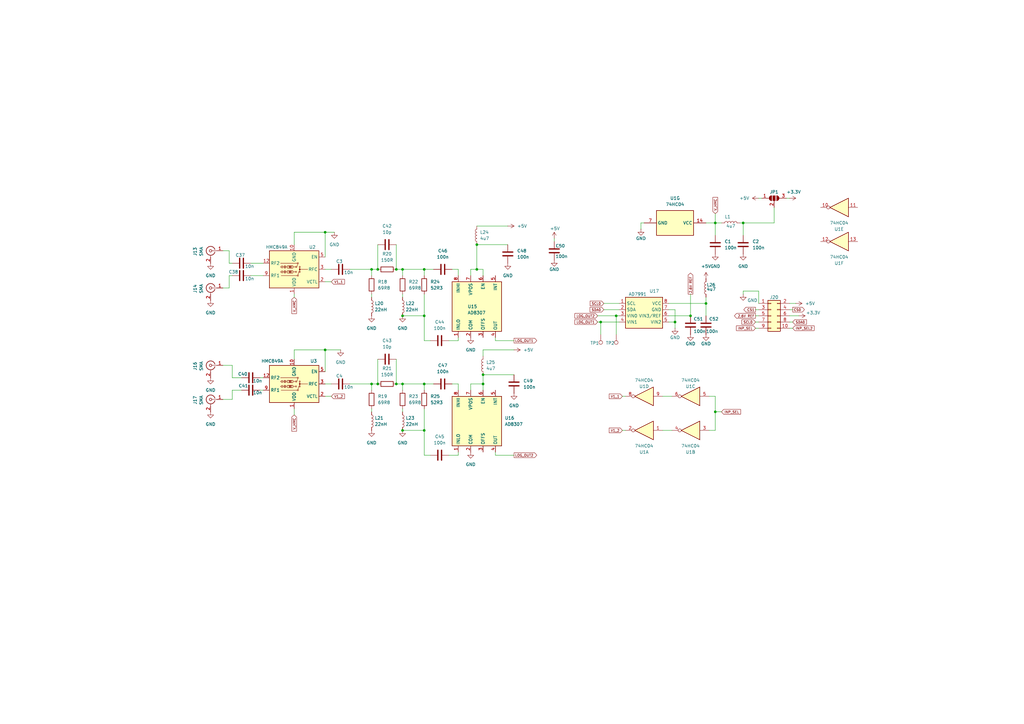
<source format=kicad_sch>
(kicad_sch (version 20231120) (generator "eeschema") (generator_version "8.0")
  (paper "A3")
  (title_block (rev "3.4b") (comment 1 "change RF Switch´s from PE4259 to HMC849") (comment 2 "add voltage selection for HMC849 "))
  (lib_symbols
    (symbol "74xx:74HC04"
      (property "Reference" "U" (at 0 1.27 0))
      (property "Value" "74HC04" (at 0 -1.27 0))
      (symbol "74HC04_1_0"
        (polyline (pts (xy -3.81 3.81) (xy -3.81 -3.81) (xy 3.81 0) (xy -3.81 3.81)) (stroke (width 0.254)) (fill (type background)))
        (pin input line (at -7.62 0 0) (length 3.81) (name "~") (number "1"))
        (pin output inverted (at 7.62 0 180) (length 3.81) (name "~") (number "2"))
      )
      (symbol "74HC04_2_0"
        (polyline (pts (xy -3.81 3.81) (xy -3.81 -3.81) (xy 3.81 0) (xy -3.81 3.81)) (stroke (width 0.254)) (fill (type background)))
        (pin input line (at -7.62 0 0) (length 3.81) (name "~") (number "3"))
        (pin output inverted (at 7.62 0 180) (length 3.81) (name "~") (number "4"))
      )
      (symbol "74HC04_3_0"
        (polyline (pts (xy -3.81 3.81) (xy -3.81 -3.81) (xy 3.81 0) (xy -3.81 3.81)) (stroke (width 0.254)) (fill (type background)))
        (pin input line (at -7.62 0 0) (length 3.81) (name "~") (number "5"))
        (pin output inverted (at 7.62 0 180) (length 3.81) (name "~") (number "6"))
      )
      (symbol "74HC04_4_0"
        (polyline (pts (xy -3.81 3.81) (xy -3.81 -3.81) (xy 3.81 0) (xy -3.81 3.81)) (stroke (width 0.254)) (fill (type background)))
        (pin output inverted (at 7.62 0 180) (length 3.81) (name "~") (number "8"))
        (pin input line (at -7.62 0 0) (length 3.81) (name "~") (number "9"))
      )
      (symbol "74HC04_5_0"
        (polyline (pts (xy -3.81 3.81) (xy -3.81 -3.81) (xy 3.81 0) (xy -3.81 3.81)) (stroke (width 0.254)) (fill (type background)))
        (pin output inverted (at 7.62 0 180) (length 3.81) (name "~") (number "10"))
        (pin input line (at -7.62 0 0) (length 3.81) (name "~") (number "11"))
      )
      (symbol "74HC04_6_0"
        (polyline (pts (xy -3.81 3.81) (xy -3.81 -3.81) (xy 3.81 0) (xy -3.81 3.81)) (stroke (width 0.254)) (fill (type background)))
        (pin output inverted (at 7.62 0 180) (length 3.81) (name "~") (number "12"))
        (pin input line (at -7.62 0 0) (length 3.81) (name "~") (number "13"))
      )
      (symbol "74HC04_7_0"
        (pin power_in line (at 0 12.7 270) (length 5.08) (name "VCC") (number "14"))
        (pin power_in line (at 0 -12.7 90) (length 5.08) (name "GND") (number "7"))
      )
      (symbol "74HC04_7_1"
        (rectangle (start -5.08 7.62) (end 5.08 -7.62) (stroke (width 0.254)) (fill (type background)))
      )
    )
    (symbol "Connector:Conn_Coaxial" (pin_names (offset 1.016) hide)
      (property "Reference" "J" (at 0.254 3.048 0))
      (property "Value" "Conn_Coaxial" (at 2.921 0 90))
      (symbol "Conn_Coaxial_0_1"
        (arc (start -1.778 -0.508) (mid 0.2311 -1.8066) (end 1.778 0) (stroke (width 0.254)))
        (polyline (pts (xy -2.54 0) (xy -0.508 0)))
        (polyline (pts (xy 0 -2.54) (xy 0 -1.778)))
        (circle (center 0 0) (radius 0.508) (stroke (width 0.2032)))
        (arc (start 1.778 0) (mid 0.2099 1.8101) (end -1.778 0.508) (stroke (width 0.254)))
      )
      (symbol "Conn_Coaxial_1_1"
        (pin passive line (at -5.08 0 0) (length 2.54) (name "In") (number "1"))
        (pin passive line (at 0 -5.08 90) (length 2.54) (name "Ext") (number "2"))
      )
    )
    (symbol "Connector:TestPoint" (pin_numbers hide) (pin_names (offset 0.762) hide)
      (property "Reference" "TP" (at 0 6.858 0))
      (property "Value" "TestPoint" (at 0 5.08 0))
      (symbol "TestPoint_0_1"
        (circle (center 0 3.302) (radius 0.762))
      )
      (symbol "TestPoint_1_1"
        (pin passive line (at 0 0 90) (length 2.54) (name "1") (number "1"))
      )
    )
    (symbol "Connector_Generic:Conn_02x05_Odd_Even" (pin_names (offset 1.016) hide)
      (property "Reference" "J" (at 1.27 7.62 0))
      (property "Value" "Conn_02x05_Odd_Even" (at 1.27 -7.62 0))
      (symbol "Conn_02x05_Odd_Even_1_1"
        (rectangle (start -1.27 -4.953) (end 0 -5.207) (stroke (width 0.1524)))
        (rectangle (start -1.27 -2.413) (end 0 -2.667) (stroke (width 0.1524)))
        (rectangle (start -1.27 0.127) (end 0 -0.127) (stroke (width 0.1524)))
        (rectangle (start -1.27 2.667) (end 0 2.413) (stroke (width 0.1524)))
        (rectangle (start -1.27 5.207) (end 0 4.953) (stroke (width 0.1524)))
        (rectangle (start -1.27 6.35) (end 3.81 -6.35) (stroke (width 0.254)) (fill (type background)))
        (rectangle (start 3.81 -4.953) (end 2.54 -5.207) (stroke (width 0.1524)))
        (rectangle (start 3.81 -2.413) (end 2.54 -2.667) (stroke (width 0.1524)))
        (rectangle (start 3.81 0.127) (end 2.54 -0.127) (stroke (width 0.1524)))
        (rectangle (start 3.81 2.667) (end 2.54 2.413) (stroke (width 0.1524)))
        (rectangle (start 3.81 5.207) (end 2.54 4.953) (stroke (width 0.1524)))
        (pin passive line (at -5.08 5.08 0) (length 3.81) (name "Pin_1") (number "1"))
        (pin passive line (at 7.62 -5.08 180) (length 3.81) (name "Pin_10") (number "10"))
        (pin passive line (at 7.62 5.08 180) (length 3.81) (name "Pin_2") (number "2"))
        (pin passive line (at -5.08 2.54 0) (length 3.81) (name "Pin_3") (number "3"))
        (pin passive line (at 7.62 2.54 180) (length 3.81) (name "Pin_4") (number "4"))
        (pin passive line (at -5.08 0 0) (length 3.81) (name "Pin_5") (number "5"))
        (pin passive line (at 7.62 0 180) (length 3.81) (name "Pin_6") (number "6"))
        (pin passive line (at -5.08 -2.54 0) (length 3.81) (name "Pin_7") (number "7"))
        (pin passive line (at 7.62 -2.54 180) (length 3.81) (name "Pin_8") (number "8"))
        (pin passive line (at -5.08 -5.08 0) (length 3.81) (name "Pin_9") (number "9"))
      )
    )
    (symbol "Device:C" (pin_numbers hide) (pin_names (offset 0.254))
      (property "Reference" "C" (at 0.635 2.54 0))
      (property "Value" "C" (at 0.635 -2.54 0))
      (symbol "C_0_1"
        (polyline (pts (xy -2.032 -0.762) (xy 2.032 -0.762)) (stroke (width 0.508)))
        (polyline (pts (xy -2.032 0.762) (xy 2.032 0.762)) (stroke (width 0.508)))
      )
      (symbol "C_1_1"
        (pin passive line (at 0 3.81 270) (length 2.794) (name "~") (number "1"))
        (pin passive line (at 0 -3.81 90) (length 2.794) (name "~") (number "2"))
      )
    )
    (symbol "Device:L" (pin_numbers hide) (pin_names (offset 1.016) hide)
      (property "Reference" "L" (at -1.27 0 90))
      (property "Value" "L" (at 1.905 0 90))
      (symbol "L_0_1"
        (arc (start 0 -2.54) (mid 0.6323 -1.905) (end 0 -1.27))
        (arc (start 0 -1.27) (mid 0.6323 -0.635) (end 0 0))
        (arc (start 0 0) (mid 0.6323 0.635) (end 0 1.27))
        (arc (start 0 1.27) (mid 0.6323 1.905) (end 0 2.54))
      )
      (symbol "L_1_1"
        (pin passive line (at 0 3.81 270) (length 1.27) (name "1") (number "1"))
        (pin passive line (at 0 -3.81 90) (length 1.27) (name "2") (number "2"))
      )
    )
    (symbol "Driver_LED:MPQ3362GJ-AEC1"
      (property "Reference" "U5" (at 2.1941 10.16 0))
      (property "Value" "AD7991" (at -6.35 8.89 0))
      (symbol "MPQ3362GJ-AEC1_1_1"
        (rectangle (start -7.62 7.62) (end 7.62 -5.08) (stroke (width 0.254)) (fill (type background)))
        (pin input line (at -10.16 5.08 0) (length 2.54) (name "SCL") (number "1"))
        (pin input line (at -10.16 2.54 0) (length 2.54) (name "SDA") (number "2"))
        (pin input line (at -10.16 0 0) (length 2.54) (name "VIN0") (number "3"))
        (pin input line (at -10.16 -2.54 0) (length 2.54) (name "VIN1") (number "4"))
        (pin input line (at 10.16 -2.54 180) (length 2.54) (name "VIN2") (number "5"))
        (pin input line (at 10.16 0 180) (length 2.54) (name "VIN3/REF") (number "6"))
        (pin power_in line (at 10.16 2.54 180) (length 2.54) (name "GND") (number "7"))
        (pin power_in line (at 10.16 5.08 180) (length 2.54) (name "VCC") (number "8"))
      )
    )
    (symbol "HMC849A_2"
      (property "Reference" "U" (at -10.16 8.89 0))
      (property "Value" "HMC849A" (at 10.16 8.89 0))
      (symbol "HMC849A_2_0_0"
        (text "50" (at 1.651 -1.016 0) (effects (font (size 0.635 0.635))))
        (text "50" (at 1.651 1.016 0) (effects (font (size 0.635 0.635))))
      )
      (symbol "HMC849A_2_0_1"
        (rectangle (start -10.16 7.62) (end 10.16 -7.62) (stroke (width 0.254)) (fill (type background)))
        (circle (center -2.286 0) (radius 0.254) (fill (type outline)))
        (circle (center -2.286 1.016) (radius 0.254))
        (circle (center -1.524 -2.54) (radius 0.254))
        (circle (center -1.524 2.54) (radius 0.254))
        (circle (center -0.762 -1.016) (radius 0.254))
        (polyline (pts (xy -2.286 0) (xy -5.588 0)))
        (polyline (pts (xy -2.286 0.762) (xy -2.286 -0.762)))
        (polyline (pts (xy -1.524 -2.286) (xy -1.016 -0.762)))
        (polyline (pts (xy -1.524 2.286) (xy -2.032 0.762)))
        (polyline (pts (xy -1.27 -2.54) (xy 5.588 -2.54)))
        (polyline (pts (xy -1.27 2.54) (xy 5.334 2.54)))
        (polyline (pts (xy -0.508 -1.016) (xy 0.508 -1.016)))
        (polyline (pts (xy -0.508 1.016) (xy 0.508 1.016)))
        (polyline (pts (xy 3.556 -1.524) (xy 3.556 -0.508)) (stroke (width 0.254)))
        (polyline (pts (xy 3.556 -1.016) (xy 2.794 -1.016)))
        (polyline (pts (xy 3.556 0.508) (xy 3.556 1.524)) (stroke (width 0.254)))
        (polyline (pts (xy 3.556 1.016) (xy 2.794 1.016)))
        (polyline (pts (xy 4.064 -0.508) (xy 4.064 -1.524)) (stroke (width 0.254)))
        (polyline (pts (xy 4.064 1.524) (xy 4.064 0.508)) (stroke (width 0.254)))
        (polyline (pts (xy 4.064 -1.016) (xy 4.826 -1.016) (xy 4.826 -1.524) (xy 5.588 -1.016) (xy 4.826 -0.508) (xy 4.826 -1.016)))
        (polyline (pts (xy 4.064 1.016) (xy 4.826 1.016) (xy 4.826 0.508) (xy 5.588 1.016) (xy 4.826 1.524) (xy 4.826 1.016)))
        (rectangle (start 0.508 -1.524) (end 2.794 -0.508))
        (rectangle (start 0.508 0.508) (end 2.794 1.524))
      )
      (symbol "HMC849A_2_1_1"
        (circle (center -2.286 -1.016) (radius 0.254))
        (circle (center -0.762 1.016) (radius 0.254))
        (pin power_in line (at 0 10.16 270) (length 2.54) (name "VDD") (number "1"))
        (pin power_in line (at 0 -10.16 90) (length 2.54) (name "GND") (number "10"))
        (pin passive line (at 0 -10.16 90) (length 2.54) hide (name "GND") (number "11"))
        (pin passive line (at 12.7 -2.54 180) (length 2.54) (name "RF2") (number "12"))
        (pin passive line (at 0 -10.16 90) (length 2.54) hide (name "GND") (number "13"))
        (pin passive line (at 0 -10.16 90) (length 2.54) hide (name "GND") (number "14"))
        (pin passive line (at 0 -10.16 90) (length 2.54) hide (name "GND") (number "15"))
        (pin passive line (at 0 -10.16 90) (length 2.54) hide (name "GND") (number "16"))
        (pin passive line (at 0 -10.16 90) (length 2.54) hide (name "GND") (number "17"))
        (pin input line (at -12.7 5.08 0) (length 2.54) (name "VCTL") (number "2"))
        (pin passive line (at -12.7 0 0) (length 2.54) (name "RFC") (number "3"))
        (pin passive line (at 0 -10.16 90) (length 2.54) hide (name "GND") (number "4"))
        (pin input line (at -12.7 -5.08 0) (length 2.54) (name "EN") (number "5"))
        (pin passive line (at 0 -10.16 90) (length 2.54) hide (name "GND") (number "6"))
        (pin passive line (at 0 -10.16 90) (length 2.54) hide (name "GND") (number "7"))
        (pin passive line (at 0 -10.16 90) (length 2.54) hide (name "GND") (number "8"))
        (pin passive line (at 12.7 2.54 180) (length 2.54) (name "RF1") (number "9"))
      )
    )
    (symbol "Jumper:SolderJumper_3_Open" (pin_names (offset 0) hide) (exclude_from_sim yes) (in_bom no)
      (property "Reference" "JP" (at -2.54 -2.54 0))
      (property "Value" "SolderJumper_3_Open" (at 0 2.794 0))
      (symbol "SolderJumper_3_Open_0_1"
        (arc (start -1.016 1.016) (mid -2.0276 0) (end -1.016 -1.016))
        (arc (start -1.016 1.016) (mid -2.0276 0) (end -1.016 -1.016) (fill (type outline)))
        (rectangle (start -0.508 1.016) (end 0.508 -1.016) (fill (type outline)))
        (polyline (pts (xy -2.54 0) (xy -2.032 0)))
        (polyline (pts (xy -1.016 1.016) (xy -1.016 -1.016)))
        (polyline (pts (xy 0 -1.27) (xy 0 -1.016)))
        (polyline (pts (xy 1.016 1.016) (xy 1.016 -1.016)))
        (polyline (pts (xy 2.54 0) (xy 2.032 0)))
        (arc (start 1.016 -1.016) (mid 2.0276 0) (end 1.016 1.016))
        (arc (start 1.016 -1.016) (mid 2.0276 0) (end 1.016 1.016) (fill (type outline)))
      )
      (symbol "SolderJumper_3_Open_1_1"
        (pin passive line (at -5.08 0 0) (length 2.54) (name "A") (number "1"))
        (pin passive line (at 0 -3.81 90) (length 2.54) (name "C") (number "2"))
        (pin passive line (at 5.08 0 180) (length 2.54) (name "B") (number "3"))
      )
    )
    (symbol "LOG_RF_Amplifier:AD8313xRM"
      (property "Reference" "U" (at 1.524 1.524 0))
      (property "Value" "AD8307" (at 4.572 -1.524 0))
      (symbol "AD8313xRM_0_1"
        (rectangle (start -10.16 10.16) (end 10.16 -10.16) (stroke (width 0.254)) (fill (type background)))
      )
      (symbol "AD8313xRM_1_1"
        (pin input line (at -7.62 -12.7 90) (length 2.54) (name "INLO") (number "1"))
        (pin power_in line (at -2.54 -12.7 90) (length 2.54) (name "COM") (number "2"))
        (pin input line (at 2.54 -12.7 90) (length 2.54) (name "OFFS") (number "3"))
        (pin output line (at 7.62 -12.7 90) (length 2.54) (name "OUT") (number "4"))
        (pin input line (at 7.62 12.7 270) (length 2.54) (name "INT") (number "5"))
        (pin input line (at 2.54 12.7 270) (length 2.54) (name "EN") (number "6"))
        (pin power_in line (at -2.54 12.7 270) (length 2.54) (name "VPOS") (number "7"))
        (pin input line (at -7.62 12.7 270) (length 2.54) (name "INHI") (number "8"))
      )
    )
    (symbol "dual_rotary_encoder_switch:R" (pin_numbers hide) (pin_names (offset 0))
      (property "Reference" "R" (at 2.032 0 90))
      (property "Value" "R" (at 0 0 90))
      (symbol "R_0_1"
        (rectangle (start -1.016 -2.54) (end 1.016 2.54) (stroke (width 0.254)))
      )
      (symbol "R_1_1"
        (pin passive line (at 0 3.81 270) (length 1.27) (name "~") (number "1"))
        (pin passive line (at 0 -3.81 90) (length 1.27) (name "~") (number "2"))
      )
    )
    (symbol "power:+3.3V" (power) (pin_numbers hide) (pin_names (offset 0) hide)
      (property "Value" "+3.3V" (at 0 3.556 0))
      (symbol "+3.3V_0_1"
        (polyline (pts (xy -0.762 1.27) (xy 0 2.54)))
        (polyline (pts (xy 0 0) (xy 0 2.54)))
        (polyline (pts (xy 0 2.54) (xy 0.762 1.27)))
      )
      (symbol "+3.3V_1_1"
        (pin power_in line (at 0 0 90) (length 0) (name "~") (number "1"))
      )
    )
    (symbol "power:+5V" (power) (pin_numbers hide) (pin_names (offset 0) hide)
      (property "Value" "+5V" (at 0 3.556 0))
      (symbol "+5V_0_1"
        (polyline (pts (xy -0.762 1.27) (xy 0 2.54)))
        (polyline (pts (xy 0 0) (xy 0 2.54)))
        (polyline (pts (xy 0 2.54) (xy 0.762 1.27)))
      )
      (symbol "+5V_1_1"
        (pin power_in line (at 0 0 90) (length 0) (name "~") (number "1"))
      )
    )
    (symbol "power:GND" (power) (pin_numbers hide) (pin_names (offset 0) hide)
      (property "Value" "GND" (at 0 -3.81 0))
      (symbol "GND_0_1"
        (polyline (pts (xy 0 0) (xy 0 -1.27) (xy 1.27 -1.27) (xy 0 -2.54) (xy -1.27 -1.27) (xy 0 -1.27)))
      )
      (symbol "GND_1_1"
        (pin power_in line (at 0 0 270) (length 0) (name "~") (number "1"))
      )
    )
  )
  (junction (at 165.1 110.49))
  (junction (at 162.56 157.48))
  (junction (at 198.12 153.67))
  (junction (at 173.99 157.48))
  (junction (at 152.4 110.49))
  (junction (at 283.21 129.54))
  (junction (at 293.37 91.44))
  (junction (at 304.8 91.44))
  (junction (at 152.4 157.48))
  (junction (at 173.99 110.49))
  (junction (at 154.94 110.49))
  (junction (at 195.58 100.33))
  (junction (at 165.1 157.48))
  (junction (at 165.1 176.53))
  (junction (at 289.56 124.46))
  (junction (at 293.37 168.91))
  (junction (at 154.94 157.48))
  (junction (at 246.38 132.08))
  (junction (at 276.86 132.08))
  (junction (at 173.99 176.53))
  (junction (at 198.12 157.48))
  (junction (at 252.73 129.54))
  (junction (at 165.1 129.54))
  (junction (at 162.56 110.49))
  (junction (at 133.35 143.51))
  (junction (at 195.58 110.49))
  (junction (at 173.99 129.54))
  (junction (at 133.35 95.25))
  (wire (pts (xy 165.1 157.48) (xy 165.1 160.02)))
  (wire (pts (xy 246.38 132.08) (xy 246.38 137.16)))
  (wire (pts (xy 309.88 134.62) (xy 311.15 134.62)))
  (wire (pts (xy 154.94 157.48) (xy 152.4 157.48)))
  (wire (pts (xy 274.32 129.54) (xy 283.21 129.54)))
  (wire (pts (xy 133.35 143.51) (xy 139.7 143.51)))
  (wire (pts (xy 187.96 186.69) (xy 187.96 185.42)))
  (wire (pts (xy 276.86 132.08) (xy 276.86 127)))
  (wire (pts (xy 274.32 124.46) (xy 289.56 124.46)))
  (wire (pts (xy 203.2 185.42) (xy 203.2 186.69)))
  (wire (pts (xy 304.8 91.44) (xy 317.5 91.44)))
  (wire (pts (xy 290.83 176.53) (xy 293.37 176.53)))
  (wire (pts (xy 133.35 110.49) (xy 135.89 110.49)))
  (wire (pts (xy 323.85 129.54) (xy 327.66 129.54)))
  (wire (pts (xy 95.25 154.94) (xy 99.06 154.94)))
  (wire (pts (xy 195.58 100.33) (xy 195.58 110.49)))
  (wire (pts (xy 173.99 129.54) (xy 173.99 139.7)))
  (wire (pts (xy 185.42 110.49) (xy 187.96 110.49)))
  (wire (pts (xy 303.53 91.44) (xy 304.8 91.44)))
  (wire (pts (xy 322.58 81.28) (xy 323.85 81.28)))
  (wire (pts (xy 91.44 163.83) (xy 95.25 163.83)))
  (wire (pts (xy 93.98 113.03) (xy 95.25 113.03)))
  (wire (pts (xy 95.25 163.83) (xy 95.25 160.02)))
  (wire (pts (xy 264.16 91.44) (xy 262.89 91.44)))
  (wire (pts (xy 120.65 120.65) (xy 120.65 121.92)))
  (wire (pts (xy 165.1 120.65) (xy 165.1 121.92)))
  (wire (pts (xy 152.4 157.48) (xy 152.4 160.02)))
  (wire (pts (xy 293.37 87.63) (xy 293.37 91.44)))
  (wire (pts (xy 152.4 120.65) (xy 152.4 121.92)))
  (wire (pts (xy 162.56 110.49) (xy 165.1 110.49)))
  (wire (pts (xy 120.65 95.25) (xy 133.35 95.25)))
  (wire (pts (xy 176.53 186.69) (xy 173.99 186.69)))
  (wire (pts (xy 289.56 121.92) (xy 289.56 124.46)))
  (wire (pts (xy 283.21 120.65) (xy 283.21 129.54)))
  (wire (pts (xy 106.68 160.02) (xy 107.95 160.02)))
  (wire (pts (xy 198.12 146.05) (xy 198.12 143.51)))
  (wire (pts (xy 177.8 157.48) (xy 173.99 157.48)))
  (wire (pts (xy 293.37 176.53) (xy 293.37 168.91)))
  (wire (pts (xy 309.88 132.08) (xy 311.15 132.08)))
  (wire (pts (xy 165.1 176.53) (xy 173.99 176.53)))
  (wire (pts (xy 93.98 107.95) (xy 95.25 107.95)))
  (wire (pts (xy 245.11 132.08) (xy 246.38 132.08)))
  (wire (pts (xy 107.95 113.03) (xy 102.87 113.03)))
  (wire (pts (xy 289.56 124.46) (xy 289.56 129.54)))
  (wire (pts (xy 133.35 143.51) (xy 133.35 152.4)))
  (wire (pts (xy 93.98 118.11) (xy 93.98 113.03)))
  (wire (pts (xy 293.37 91.44) (xy 293.37 96.52)))
  (wire (pts (xy 198.12 157.48) (xy 198.12 160.02)))
  (wire (pts (xy 198.12 143.51) (xy 210.82 143.51)))
  (wire (pts (xy 173.99 110.49) (xy 173.99 113.03)))
  (wire (pts (xy 193.04 160.02) (xy 193.04 157.48)))
  (wire (pts (xy 311.15 81.28) (xy 312.42 81.28)))
  (wire (pts (xy 255.27 162.56) (xy 256.54 162.56)))
  (wire (pts (xy 184.15 186.69) (xy 187.96 186.69)))
  (wire (pts (xy 154.94 110.49) (xy 152.4 110.49)))
  (wire (pts (xy 293.37 168.91) (xy 295.91 168.91)))
  (wire (pts (xy 133.35 95.25) (xy 133.35 105.41)))
  (wire (pts (xy 195.58 110.49) (xy 198.12 110.49)))
  (wire (pts (xy 162.56 157.48) (xy 165.1 157.48)))
  (wire (pts (xy 120.65 147.32) (xy 120.65 143.51)))
  (wire (pts (xy 143.51 157.48) (xy 152.4 157.48)))
  (wire (pts (xy 187.96 110.49) (xy 187.96 113.03)))
  (wire (pts (xy 177.8 110.49) (xy 173.99 110.49)))
  (wire (pts (xy 271.78 162.56) (xy 275.59 162.56)))
  (wire (pts (xy 193.04 113.03) (xy 193.04 110.49)))
  (wire (pts (xy 133.35 115.57) (xy 135.89 115.57)))
  (wire (pts (xy 120.65 170.18) (xy 120.65 167.64)))
  (wire (pts (xy 323.85 132.08) (xy 325.12 132.08)))
  (wire (pts (xy 154.94 100.33) (xy 154.94 110.49)))
  (wire (pts (xy 203.2 186.69) (xy 210.82 186.69)))
  (wire (pts (xy 293.37 91.44) (xy 295.91 91.44)))
  (wire (pts (xy 165.1 129.54) (xy 173.99 129.54)))
  (wire (pts (xy 165.1 110.49) (xy 165.1 113.03)))
  (wire (pts (xy 173.99 157.48) (xy 173.99 160.02)))
  (wire (pts (xy 193.04 157.48) (xy 198.12 157.48)))
  (wire (pts (xy 152.4 110.49) (xy 152.4 113.03)))
  (wire (pts (xy 95.25 160.02) (xy 99.06 160.02)))
  (wire (pts (xy 309.88 129.54) (xy 311.15 129.54)))
  (wire (pts (xy 173.99 176.53) (xy 173.99 186.69)))
  (wire (pts (xy 198.12 153.67) (xy 198.12 157.48)))
  (wire (pts (xy 323.85 127) (xy 325.12 127)))
  (wire (pts (xy 317.5 91.44) (xy 317.5 85.09)))
  (wire (pts (xy 309.88 127) (xy 311.15 127)))
  (wire (pts (xy 304.8 119.38) (xy 311.15 119.38)))
  (wire (pts (xy 323.85 134.62) (xy 325.12 134.62)))
  (wire (pts (xy 152.4 167.64) (xy 152.4 168.91)))
  (wire (pts (xy 203.2 138.43) (xy 203.2 139.7)))
  (wire (pts (xy 290.83 162.56) (xy 293.37 162.56)))
  (wire (pts (xy 107.95 107.95) (xy 102.87 107.95)))
  (wire (pts (xy 195.58 92.71) (xy 208.28 92.71)))
  (wire (pts (xy 252.73 129.54) (xy 254 129.54)))
  (wire (pts (xy 133.35 95.25) (xy 137.16 95.25)))
  (wire (pts (xy 165.1 157.48) (xy 173.99 157.48)))
  (wire (pts (xy 173.99 129.54) (xy 173.99 120.65)))
  (wire (pts (xy 323.85 124.46) (xy 326.39 124.46)))
  (wire (pts (xy 276.86 127) (xy 274.32 127)))
  (wire (pts (xy 120.65 143.51) (xy 133.35 143.51)))
  (wire (pts (xy 304.8 120.65) (xy 304.8 119.38)))
  (wire (pts (xy 293.37 168.91) (xy 293.37 162.56)))
  (wire (pts (xy 255.27 176.53) (xy 256.54 176.53)))
  (wire (pts (xy 289.56 91.44) (xy 293.37 91.44)))
  (wire (pts (xy 133.35 157.48) (xy 135.89 157.48)))
  (wire (pts (xy 95.25 149.86) (xy 95.25 154.94)))
  (wire (pts (xy 198.12 110.49) (xy 198.12 113.03)))
  (wire (pts (xy 276.86 132.08) (xy 276.86 134.62)))
  (wire (pts (xy 187.96 157.48) (xy 187.96 160.02)))
  (wire (pts (xy 198.12 153.67) (xy 210.82 153.67)))
  (wire (pts (xy 176.53 139.7) (xy 173.99 139.7)))
  (wire (pts (xy 162.56 147.32) (xy 162.56 157.48)))
  (wire (pts (xy 247.65 124.46) (xy 254 124.46)))
  (wire (pts (xy 195.58 100.33) (xy 208.28 100.33)))
  (wire (pts (xy 184.15 139.7) (xy 187.96 139.7)))
  (wire (pts (xy 120.65 100.33) (xy 120.65 95.25)))
  (wire (pts (xy 227.33 99.06) (xy 227.33 97.79)))
  (wire (pts (xy 203.2 139.7) (xy 210.82 139.7)))
  (wire (pts (xy 187.96 139.7) (xy 187.96 138.43)))
  (wire (pts (xy 91.44 102.87) (xy 93.98 102.87)))
  (wire (pts (xy 185.42 157.48) (xy 187.96 157.48)))
  (wire (pts (xy 245.11 129.54) (xy 252.73 129.54)))
  (wire (pts (xy 173.99 176.53) (xy 173.99 167.64)))
  (wire (pts (xy 247.65 127) (xy 254 127)))
  (wire (pts (xy 262.89 91.44) (xy 262.89 93.98)))
  (wire (pts (xy 165.1 167.64) (xy 165.1 168.91)))
  (wire (pts (xy 91.44 118.11) (xy 93.98 118.11)))
  (wire (pts (xy 274.32 132.08) (xy 276.86 132.08)))
  (wire (pts (xy 193.04 110.49) (xy 195.58 110.49)))
  (wire (pts (xy 106.68 154.94) (xy 107.95 154.94)))
  (wire (pts (xy 271.78 176.53) (xy 275.59 176.53)))
  (wire (pts (xy 143.51 110.49) (xy 152.4 110.49)))
  (wire (pts (xy 304.8 91.44) (xy 304.8 96.52)))
  (wire (pts (xy 133.35 162.56) (xy 135.89 162.56)))
  (wire (pts (xy 311.15 119.38) (xy 311.15 124.46)))
  (wire (pts (xy 252.73 129.54) (xy 252.73 137.16)))
  (wire (pts (xy 154.94 147.32) (xy 154.94 157.48)))
  (wire (pts (xy 162.56 100.33) (xy 162.56 110.49)))
  (wire (pts (xy 91.44 149.86) (xy 95.25 149.86)))
  (wire (pts (xy 165.1 110.49) (xy 173.99 110.49)))
  (wire (pts (xy 93.98 102.87) (xy 93.98 107.95)))
  (wire (pts (xy 246.38 132.08) (xy 254 132.08)))
  (global_label "INP_SEL" (shape input) (at 309.88 134.62 180) (effects (font (size 1 1))) (property "Intersheetrefs" "${INTERSHEET_REFS}" (effects (hide yes))))
  (global_label "2,6V REF" (shape output) (at 309.88 129.54 180) (effects (font (size 1 1))) (property "Intersheetrefs" "${INTERSHEET_REFS}" (effects (hide yes))))
  (global_label "INP_SEL" (shape input) (at 295.91 168.91 0) (effects (font (size 1 1))) (property "Intersheetrefs" "${INTERSHEET_REFS}" (effects (hide yes))))
  (global_label "LOG_OUT2" (shape input) (at 245.11 129.54 180) (effects (font (size 1 1))) (property "Intersheetrefs" "${INTERSHEET_REFS}" (effects (hide yes))))
  (global_label "V1_1" (shape input) (at 135.89 115.57 0) (effects (font (size 1 1))) (property "Intersheetrefs" "${INTERSHEET_REFS}" (effects (hide yes))))
  (global_label "2,6V REF" (shape output) (at 283.21 120.65 90) (effects (font (size 1 1))) (property "Intersheetrefs" "${INTERSHEET_REFS}" (effects (hide yes))))
  (global_label "V_HMC" (shape input) (at 120.65 170.18 270) (effects (font (size 1 1))) (property "Intersheetrefs" "${INTERSHEET_REFS}" (effects (hide yes))))
  (global_label "SDA0" (shape input) (at 325.12 132.08 0) (effects (font (size 1 1))) (property "Intersheetrefs" "${INTERSHEET_REFS}" (effects (hide yes))))
  (global_label "SCL0" (shape input) (at 309.88 132.08 180) (effects (font (size 1 1))) (property "Intersheetrefs" "${INTERSHEET_REFS}" (effects (hide yes))))
  (global_label "CS0" (shape output) (at 325.12 127 0) (effects (font (size 1 1))) (property "Intersheetrefs" "${INTERSHEET_REFS}" (effects (hide yes))))
  (global_label "SDA0" (shape input) (at 247.65 127 180) (effects (font (size 1 1))) (property "Intersheetrefs" "${INTERSHEET_REFS}" (effects (hide yes))))
  (global_label "INP_SEL2" (shape input) (at 325.12 134.62 0) (effects (font (size 1 1))) (property "Intersheetrefs" "${INTERSHEET_REFS}" (effects (hide yes))))
  (global_label "CS1" (shape output) (at 309.88 127 180) (effects (font (size 1 1))) (property "Intersheetrefs" "${INTERSHEET_REFS}" (effects (hide yes))))
  (global_label "LOG_OUT2" (shape output) (at 210.82 186.69 0) (effects (font (size 1 1))) (property "Intersheetrefs" "${INTERSHEET_REFS}" (effects (hide yes))))
  (global_label "LOG_OUT1" (shape output) (at 210.82 139.7 0) (effects (font (size 1 1))) (property "Intersheetrefs" "${INTERSHEET_REFS}" (effects (hide yes))))
  (global_label "V1_2" (shape input) (at 135.89 162.56 0) (effects (font (size 1 1))) (property "Intersheetrefs" "${INTERSHEET_REFS}" (effects (hide yes))))
  (global_label "V_HMC" (shape input) (at 120.65 121.92 270) (effects (font (size 1 1))) (property "Intersheetrefs" "${INTERSHEET_REFS}" (effects (hide yes))))
  (global_label "V1_2" (shape input) (at 255.27 176.53 180) (effects (font (size 1 1))) (property "Intersheetrefs" "${INTERSHEET_REFS}" (effects (hide yes))))
  (global_label "V_HMC" (shape input) (at 293.37 87.63 90) (effects (font (size 1 1))) (property "Intersheetrefs" "${INTERSHEET_REFS}" (effects (hide yes))))
  (global_label "V1_1" (shape input) (at 255.27 162.56 180) (effects (font (size 1 1))) (property "Intersheetrefs" "${INTERSHEET_REFS}" (effects (hide yes))))
  (global_label "LOG_OUT1" (shape input) (at 245.11 132.08 180) (effects (font (size 1 1))) (property "Intersheetrefs" "${INTERSHEET_REFS}" (effects (hide yes))))
  (global_label "SCL0" (shape input) (at 247.65 124.46 180) (effects (font (size 1 1))) (property "Intersheetrefs" "${INTERSHEET_REFS}" (effects (hide yes))))
  (symbol (lib_id "dual_rotary_encoder_switch:R") (at 152.4 116.84 180) (unit 1)
    (property "Reference" "R18" (at 154.94 115.5699 0) (effects (justify right)))
    (property "Value" "69R8" (at 154.94 118.1099 0) (effects (justify right)))
    (property "Footprint" "Resistor_SMD:R_1206_3216Metric_Pad1.30x1.75mm_HandSolder" (effects (hide yes)))
    (property "Description" "Resistor" (effects (hide yes)))
  )
  (symbol (lib_id "power:GND") (at 86.36 107.95 0) (unit 1)
    (property "Reference" "#PWR078" (effects (hide yes)))
    (property "Value" "GND" (at 86.36 113.03 0))
    (property "Description" "Power symbol creates a global label with name \"GND\" , ground" (effects (hide yes)))
  )
  (symbol (lib_id "Device:C") (at 227.33 102.87 180) (unit 1)
    (property "Reference" "C50" (at 227.838 100.838 0) (effects (justify right)))
    (property "Value" "100n" (at 227.838 105.156 0) (effects (justify right)))
    (property "Footprint" "Capacitor_SMD:C_0805_2012Metric_Pad1.18x1.45mm_HandSolder" (effects (hide yes)))
    (property "Description" "Unpolarized capacitor" (effects (hide yes)))
  )
  (symbol (lib_id "Device:L") (at 165.1 125.73 0) (unit 1)
    (property "Reference" "L22" (at 166.37 124.4599 0) (effects (justify left)))
    (property "Value" "22nH" (at 166.37 126.9999 0) (effects (justify left)))
    (property "Footprint" "Inductor_SMD:L_1206_3216Metric_Pad1.42x1.75mm_HandSolder" (effects (hide yes)))
    (property "Description" "Inductor" (effects (hide yes)))
  )
  (symbol (lib_id "power:GND") (at 283.21 137.16 0) (unit 1)
    (property "Reference" "#PWR0102" (effects (hide yes)))
    (property "Value" "GND" (at 283.21 140.97 0))
    (property "Description" "Power symbol creates a global label with name \"GND\" , ground" (effects (hide yes)))
  )
  (symbol (lib_id "Device:C") (at 293.37 100.33 180) (unit 1)
    (property "Reference" "C1" (at 297.18 99.0599 0) (effects (justify right)))
    (property "Value" "100n" (at 297.18 101.5999 0) (effects (justify right)))
    (property "Footprint" "Capacitor_SMD:C_0805_2012Metric_Pad1.18x1.45mm_HandSolder" (effects (hide yes)))
    (property "Description" "Unpolarized capacitor" (effects (hide yes)))
  )
  (symbol (lib_id "Connector:Conn_Coaxial") (at 86.36 163.83 0) (mirror y) (unit 1)
    (property "Reference" "J17" (at 80.01 164.1232 90))
    (property "Value" "SMA" (at 82.55 164.1232 90))
    (property "Footprint" "Connector_Coaxial:SMA_BAT_Wireless_BWSMA-KWE-Z001" (effects (hide yes)))
    (property "Description" "coaxial connector (BNC, SMA, SMB, SMC, Cinch/RCA, LEMO, ...)" (effects (hide yes)))
  )
  (symbol (lib_id "power:GND") (at 276.86 134.62 0) (unit 1)
    (property "Reference" "#PWR0101" (effects (hide yes)))
    (property "Value" "GND" (at 276.86 138.43 0))
    (property "Description" "Power symbol creates a global label with name \"GND\" , ground" (effects (hide yes)))
  )
  (symbol (lib_id "Connector:TestPoint") (at 246.38 137.16 180) (unit 1)
    (property "Reference" "TP1" (at 242.062 140.716 0) (effects (justify right)))
    (property "Value" "TestPoint" (effects (hide yes)))
    (property "Footprint" "TestPoint:TestPoint_Pad_D1.0mm" (effects (hide yes)))
    (property "Description" "test point" (effects (hide yes)))
  )
  (symbol (lib_id "Device:C") (at 180.34 186.69 90) (unit 1)
    (property "Reference" "C45" (at 180.34 179.07 90))
    (property "Value" "100n" (at 180.34 181.61 90))
    (property "Footprint" "Capacitor_SMD:C_0805_2012Metric_Pad1.18x1.45mm_HandSolder" (effects (hide yes)))
    (property "Description" "Unpolarized capacitor" (effects (hide yes)))
  )
  (symbol (lib_id "power:GND") (at 165.1 176.53 0) (unit 1)
    (property "Reference" "#PWR087" (effects (hide yes)))
    (property "Value" "GND" (at 165.1 181.61 0))
    (property "Description" "Power symbol creates a global label with name \"GND\" , ground" (effects (hide yes)))
  )
  (symbol (lib_id "power:GND") (at 208.28 107.95 0) (unit 1)
    (property "Reference" "#PWR091" (effects (hide yes)))
    (property "Value" "GND" (at 208.28 113.03 0))
    (property "Description" "Power symbol creates a global label with name \"GND\" , ground" (effects (hide yes)))
  )
  (symbol (lib_id "power:+5V") (at 210.82 143.51 270) (unit 1)
    (property "Reference" "#PWR092" (effects (hide yes)))
    (property "Value" "+5V" (at 214.63 143.5099 90) (effects (justify left)))
    (property "Description" "Power symbol creates a global label with name \"+5V\"" (effects (hide yes)))
  )
  (symbol (lib_id "power:GND") (at 86.36 168.91 0) (unit 1)
    (property "Reference" "#PWR082" (effects (hide yes)))
    (property "Value" "GND" (at 86.36 173.99 0))
    (property "Description" "Power symbol creates a global label with name \"GND\" , ground" (effects (hide yes)))
  )
  (symbol (lib_id "Device:L") (at 195.58 96.52 180) (unit 1)
    (property "Reference" "L24" (at 196.85 95.2499 0) (effects (justify right)))
    (property "Value" "4u7" (at 196.85 97.7899 0) (effects (justify right)))
    (property "Footprint" "Inductor_SMD:L_1206_3216Metric_Pad1.42x1.75mm_HandSolder" (effects (hide yes)))
    (property "Description" "Inductor" (effects (hide yes)))
  )
  (symbol (lib_id "Jumper:SolderJumper_3_Open") (at 317.5 81.28 0) (unit 1) (exclude_from_sim yes) (in_bom no)
    (property "Reference" "JP1" (at 317.5 78.74 0))
    (property "Value" "SolderJumper_3_Open" (effects (hide yes)))
    (property "Footprint" "Jumper:SolderJumper-3_P1.3mm_Open_RoundedPad1.0x1.5mm" (effects (hide yes)))
    (property "Description" "Solder Jumper, 3-pole, open" (effects (hide yes)))
  )
  (symbol (lib_id "Device:L") (at 165.1 172.72 0) (unit 1)
    (property "Reference" "L23" (at 166.37 171.4499 0) (effects (justify left)))
    (property "Value" "22nH" (at 166.37 173.9899 0) (effects (justify left)))
    (property "Footprint" "Inductor_SMD:L_1206_3216Metric_Pad1.42x1.75mm_HandSolder" (effects (hide yes)))
    (property "Description" "Inductor" (effects (hide yes)))
  )
  (symbol (lib_id "Device:L") (at 198.12 149.86 180) (unit 1)
    (property "Reference" "L25" (at 199.39 148.5899 0) (effects (justify right)))
    (property "Value" "4u7" (at 199.39 151.1299 0) (effects (justify right)))
    (property "Footprint" "Inductor_SMD:L_1206_3216Metric_Pad1.42x1.75mm_HandSolder" (effects (hide yes)))
    (property "Description" "Inductor" (effects (hide yes)))
  )
  (symbol (lib_id "Device:L") (at 152.4 172.72 0) (unit 1)
    (property "Reference" "L21" (at 153.67 171.4499 0) (effects (justify left)))
    (property "Value" "22nH" (at 153.67 173.9899 0) (effects (justify left)))
    (property "Footprint" "Inductor_SMD:L_1206_3216Metric_Pad1.42x1.75mm_HandSolder" (effects (hide yes)))
    (property "Description" "Inductor" (effects (hide yes)))
  )
  (symbol (lib_id "74xx:74HC04") (at 283.21 176.53 180) (unit 2)
    (property "Reference" "U1" (at 283.21 185.42 0))
    (property "Value" "74HC04" (at 283.21 182.88 0))
    (property "Footprint" "Package_SO:SOIC-16_3.9x9.9mm_P1.27mm" (effects (hide yes)))
    (property "Datasheet" "https://assets.nexperia.com/documents/data-sheet/74HC_HCT04.pdf" (effects (hide yes)))
    (property "Description" "Hex Inverter" (effects (hide yes)))
  )
  (symbol (lib_id "dual_rotary_encoder_switch:R") (at 158.75 110.49 90) (unit 1)
    (property "Reference" "R20" (at 158.75 104.14 90))
    (property "Value" "150R" (at 158.75 106.68 90))
    (property "Footprint" "Resistor_SMD:R_1206_3216Metric_Pad1.30x1.75mm_HandSolder" (effects (hide yes)))
    (property "Description" "Resistor" (effects (hide yes)))
  )
  (symbol (lib_id "Device:C") (at 139.7 157.48 90) (unit 1)
    (property "Reference" "C4" (at 139.192 154.178 90))
    (property "Value" "10n" (at 143.002 158.75 90))
    (property "Footprint" "Capacitor_SMD:C_0805_2012Metric_Pad1.18x1.45mm_HandSolder" (effects (hide yes)))
    (property "Description" "Unpolarized capacitor" (effects (hide yes)))
  )
  (symbol (lib_id "74xx:74HC04") (at 264.16 162.56 180) (unit 4)
    (property "Reference" "U1" (at 264.16 158.496 0))
    (property "Value" "74HC04" (at 264.16 155.956 0))
    (property "Footprint" "Package_SO:SOIC-16_3.9x9.9mm_P1.27mm" (effects (hide yes)))
    (property "Datasheet" "https://assets.nexperia.com/documents/data-sheet/74HC_HCT04.pdf" (effects (hide yes)))
    (property "Description" "Hex Inverter" (effects (hide yes)))
  )
  (symbol (lib_name "HMC849A_2") (lib_id "RF_Switch:HMC849A") (at 120.65 110.49 180) (unit 1)
    (property "Reference" "U2" (at 126.746 101.346 0) (effects (justify right)))
    (property "Value" "HMC849A" (at 108.966 101.346 0) (effects (justify right)))
    (property "Footprint" "Package_CSP:LFCSP-16-1EP_4x4mm_P0.65mm_EP2.4x2.4mm" (effects (hide yes)))
    (property "Datasheet" "https://www.analog.com/media/en/technical-documentation/data-sheets/hmc849a.pdf" (effects (hide yes)))
    (property "Description" "High Isolation SPDT Non-Reflective Switch, DC-6GHz, Matched to 50 Ohm, LFCSP-16" (effects (hide yes)))
  )
  (symbol (lib_id "dual_rotary_encoder_switch:R") (at 158.75 157.48 90) (unit 1)
    (property "Reference" "R21" (at 158.75 151.13 90))
    (property "Value" "150R" (at 158.75 153.67 90))
    (property "Footprint" "Resistor_SMD:R_1206_3216Metric_Pad1.30x1.75mm_HandSolder" (effects (hide yes)))
    (property "Description" "Resistor" (effects (hide yes)))
  )
  (symbol (lib_id "power:+5V") (at 208.28 92.71 270) (unit 1)
    (property "Reference" "#PWR090" (effects (hide yes)))
    (property "Value" "+5V" (at 212.09 92.7099 90) (effects (justify left)))
    (property "Description" "Power symbol creates a global label with name \"+5V\"" (effects (hide yes)))
  )
  (symbol (lib_id "Device:C") (at 210.82 157.48 180) (unit 1)
    (property "Reference" "C49" (at 214.63 156.2099 0) (effects (justify right)))
    (property "Value" "100n" (at 214.63 158.7499 0) (effects (justify right)))
    (property "Footprint" "Capacitor_SMD:C_0805_2012Metric_Pad1.18x1.45mm_HandSolder" (effects (hide yes)))
    (property "Description" "Unpolarized capacitor" (effects (hide yes)))
  )
  (symbol (lib_id "Connector:Conn_Coaxial") (at 86.36 149.86 0) (mirror y) (unit 1)
    (property "Reference" "J16" (at 80.01 150.1532 90))
    (property "Value" "SMA" (at 82.55 150.1532 90))
    (property "Footprint" "Connector_Coaxial:SMA_BAT_Wireless_BWSMA-KWE-Z001" (effects (hide yes)))
    (property "Description" "coaxial connector (BNC, SMA, SMB, SMC, Cinch/RCA, LEMO, ...)" (effects (hide yes)))
  )
  (symbol (lib_id "Device:C") (at 289.56 133.35 180) (unit 1)
    (property "Reference" "C52" (at 290.83 130.81 0) (effects (justify right)))
    (property "Value" "100n" (at 289.56 135.89 0) (effects (justify right)))
    (property "Footprint" "Capacitor_SMD:C_0805_2012Metric_Pad1.18x1.45mm_HandSolder" (effects (hide yes)))
    (property "Description" "Unpolarized capacitor" (effects (hide yes)))
  )
  (symbol (lib_id "power:+5V") (at 289.56 114.3 0) (unit 1)
    (property "Reference" "#PWR0103" (effects (hide yes)))
    (property "Value" "+5V" (at 289.56 109.22 0))
    (property "Description" "Power symbol creates a global label with name \"+5V\"" (effects (hide yes)))
  )
  (symbol (lib_id "LOG_RF_Amplifier:AD8313xRM") (at 195.58 172.72 0) (unit 1)
    (property "Reference" "U16" (at 207.01 171.4499 0) (effects (justify left)))
    (property "Value" "AD8307" (at 207.01 173.9899 0) (effects (justify left)))
    (property "Footprint" "Package_SO:SO-8_5.3x6.2mm_P1.27mm" (effects (hide yes)))
    (property "Description" "Logarithmic Detector, SO-8" (effects (hide yes)))
  )
  (symbol (lib_id "Device:L") (at 299.72 91.44 270) (mirror x) (unit 1)
    (property "Reference" "L1" (at 298.45 88.9 90))
    (property "Value" "4u7" (at 299.72 92.71 90))
    (property "Footprint" "Inductor_SMD:L_1206_3216Metric_Pad1.42x1.75mm_HandSolder" (effects (hide yes)))
    (property "Description" "Inductor" (effects (hide yes)))
  )
  (symbol (lib_id "Device:C") (at 208.28 104.14 180) (unit 1)
    (property "Reference" "C48" (at 212.09 102.8699 0) (effects (justify right)))
    (property "Value" "100n" (at 212.09 105.4099 0) (effects (justify right)))
    (property "Footprint" "Capacitor_SMD:C_0805_2012Metric_Pad1.18x1.45mm_HandSolder" (effects (hide yes)))
    (property "Description" "Unpolarized capacitor" (effects (hide yes)))
  )
  (symbol (lib_id "Connector:TestPoint") (at 252.73 137.16 180) (unit 1)
    (property "Reference" "TP2" (at 248.412 140.716 0) (effects (justify right)))
    (property "Value" "TestPoint" (effects (hide yes)))
    (property "Footprint" "TestPoint:TestPoint_Pad_D1.0mm" (effects (hide yes)))
    (property "Description" "test point" (effects (hide yes)))
  )
  (symbol (lib_id "power:GND") (at 86.36 154.94 0) (unit 1)
    (property "Reference" "#PWR081" (effects (hide yes)))
    (property "Value" "GND" (at 86.36 160.02 0))
    (property "Description" "Power symbol creates a global label with name \"GND\" , ground" (effects (hide yes)))
  )
  (symbol (lib_id "dual_rotary_encoder_switch:R") (at 173.99 163.83 180) (unit 1)
    (property "Reference" "R25" (at 176.53 162.5599 0) (effects (justify right)))
    (property "Value" "52R3" (at 176.53 165.0999 0) (effects (justify right)))
    (property "Footprint" "Resistor_SMD:R_1206_3216Metric_Pad1.30x1.75mm_HandSolder" (effects (hide yes)))
    (property "Description" "Resistor" (effects (hide yes)))
  )
  (symbol (lib_id "Device:C") (at 158.75 147.32 90) (unit 1)
    (property "Reference" "C43" (at 158.75 139.7 90))
    (property "Value" "10p" (at 158.75 142.24 90))
    (property "Footprint" "Capacitor_SMD:C_0805_2012Metric_Pad1.18x1.45mm_HandSolder" (effects (hide yes)))
    (property "Description" "Unpolarized capacitor" (effects (hide yes)))
  )
  (symbol (lib_id "Device:C") (at 99.06 107.95 90) (unit 1)
    (property "Reference" "C37" (at 98.552 104.648 90))
    (property "Value" "10n" (at 102.362 109.22 90))
    (property "Footprint" "Capacitor_SMD:C_0805_2012Metric_Pad1.18x1.45mm_HandSolder" (effects (hide yes)))
    (property "Description" "Unpolarized capacitor" (effects (hide yes)))
  )
  (symbol (lib_id "power:+3.3V") (at 327.66 129.54 270) (unit 1)
    (property "Reference" "#PWR0105" (effects (hide yes)))
    (property "Value" "+3.3V" (at 333.502 128.27 90))
    (property "Description" "Power symbol creates a global label with name \"+3.3V\"" (effects (hide yes)))
  )
  (symbol (lib_id "power:+3.3V") (at 323.85 81.28 270) (unit 1)
    (property "Reference" "#PWR03" (effects (hide yes)))
    (property "Value" "+3.3V" (at 322.58 78.74 90) (effects (justify left)))
    (property "Description" "Power symbol creates a global label with name \"+3.3V\"" (effects (hide yes)))
  )
  (symbol (lib_id "74xx:74HC04") (at 344.17 99.06 180) (unit 6)
    (property "Reference" "U1" (at 344.17 107.95 0))
    (property "Value" "74HC04" (at 344.17 105.41 0))
    (property "Footprint" "Package_SO:SOIC-16_3.9x9.9mm_P1.27mm" (effects (hide yes)))
    (property "Datasheet" "https://assets.nexperia.com/documents/data-sheet/74HC_HCT04.pdf" (effects (hide yes)))
    (property "Description" "Hex Inverter" (effects (hide yes)))
  )
  (symbol (lib_id "Device:C") (at 180.34 139.7 90) (unit 1)
    (property "Reference" "C44" (at 180.34 132.08 90))
    (property "Value" "100n" (at 180.34 134.62 90))
    (property "Footprint" "Capacitor_SMD:C_0805_2012Metric_Pad1.18x1.45mm_HandSolder" (effects (hide yes)))
    (property "Description" "Unpolarized capacitor" (effects (hide yes)))
  )
  (symbol (lib_id "power:GND") (at 86.36 123.19 0) (unit 1)
    (property "Reference" "#PWR079" (effects (hide yes)))
    (property "Value" "GND" (at 86.36 128.27 0))
    (property "Description" "Power symbol creates a global label with name \"GND\" , ground" (effects (hide yes)))
  )
  (symbol (lib_id "Device:C") (at 181.61 157.48 90) (unit 1)
    (property "Reference" "C47" (at 181.61 149.86 90))
    (property "Value" "100n" (at 181.61 152.4 90))
    (property "Footprint" "Capacitor_SMD:C_0805_2012Metric_Pad1.18x1.45mm_HandSolder" (effects (hide yes)))
    (property "Description" "Unpolarized capacitor" (effects (hide yes)))
  )
  (symbol (lib_id "74xx:74HC04") (at 344.17 85.09 180) (unit 5)
    (property "Reference" "U1" (at 344.17 93.98 0))
    (property "Value" "74HC04" (at 344.17 91.44 0))
    (property "Footprint" "Package_SO:SOIC-16_3.9x9.9mm_P1.27mm" (effects (hide yes)))
    (property "Datasheet" "https://assets.nexperia.com/documents/data-sheet/74HC_HCT04.pdf" (effects (hide yes)))
    (property "Description" "Hex Inverter" (effects (hide yes)))
  )
  (symbol (lib_id "74xx:74HC04") (at 276.86 91.44 270) (unit 7)
    (property "Reference" "U1" (at 276.86 81.28 90))
    (property "Value" "74HC04" (at 276.86 83.82 90))
    (property "Footprint" "Package_SO:SOIC-16_3.9x9.9mm_P1.27mm" (effects (hide yes)))
    (property "Datasheet" "https://assets.nexperia.com/documents/data-sheet/74HC_HCT04.pdf" (effects (hide yes)))
    (property "Description" "Hex Inverter" (effects (hide yes)))
  )
  (symbol (lib_id "power:GND") (at 227.33 106.68 0) (unit 1)
    (property "Reference" "#PWR096" (effects (hide yes)))
    (property "Value" "GND" (at 227.33 110.49 0))
    (property "Description" "Power symbol creates a global label with name \"GND\" , ground" (effects (hide yes)))
  )
  (symbol (lib_id "74xx:74HC04") (at 283.21 162.56 180) (unit 3)
    (property "Reference" "U1" (at 283.21 158.496 0))
    (property "Value" "74HC04" (at 283.21 155.956 0))
    (property "Footprint" "Package_SO:SOIC-16_3.9x9.9mm_P1.27mm" (effects (hide yes)))
    (property "Datasheet" "https://assets.nexperia.com/documents/data-sheet/74HC_HCT04.pdf" (effects (hide yes)))
    (property "Description" "Hex Inverter" (effects (hide yes)))
  )
  (symbol (lib_id "LOG_RF_Amplifier:AD8313xRM") (at 195.58 125.73 0) (unit 1)
    (property "Reference" "U15" (at 191.77 125.73 0) (effects (justify left)))
    (property "Value" "AD8307" (at 191.77 128.27 0) (effects (justify left)))
    (property "Footprint" "Package_SO:SO-8_5.3x6.2mm_P1.27mm" (effects (hide yes)))
    (property "Description" "Logarithmic Detector, SO-8" (effects (hide yes)))
  )
  (symbol (lib_id "power:GND") (at 193.04 138.43 0) (unit 1)
    (property "Reference" "#PWR088" (effects (hide yes)))
    (property "Value" "GND" (at 193.04 143.51 0))
    (property "Description" "Power symbol creates a global label with name \"GND\" , ground" (effects (hide yes)))
  )
  (symbol (lib_id "Device:C") (at 139.7 110.49 90) (unit 1)
    (property "Reference" "C3" (at 139.192 107.188 90))
    (property "Value" "10n" (at 143.002 111.76 90))
    (property "Footprint" "Capacitor_SMD:C_0805_2012Metric_Pad1.18x1.45mm_HandSolder" (effects (hide yes)))
    (property "Description" "Unpolarized capacitor" (effects (hide yes)))
  )
  (symbol (lib_id "power:+5V") (at 311.15 81.28 90) (unit 1)
    (property "Reference" "#PWR013" (effects (hide yes)))
    (property "Value" "+5V" (at 307.34 81.2799 90) (effects (justify left)))
    (property "Description" "Power symbol creates a global label with name \"+5V\"" (effects (hide yes)))
  )
  (symbol (lib_name "HMC849A_2") (lib_id "RF_Switch:HMC849A") (at 120.65 157.48 180) (unit 1)
    (property "Reference" "U3" (at 127.254 148.082 0) (effects (justify right)))
    (property "Value" "HMC849A" (at 107.188 148.082 0) (effects (justify right)))
    (property "Footprint" "Package_CSP:LFCSP-16-1EP_4x4mm_P0.65mm_EP2.4x2.4mm" (effects (hide yes)))
    (property "Datasheet" "https://www.analog.com/media/en/technical-documentation/data-sheets/hmc849a.pdf" (effects (hide yes)))
    (property "Description" "High Isolation SPDT Non-Reflective Switch, DC-6GHz, Matched to 50 Ohm, LFCSP-16" (effects (hide yes)))
  )
  (symbol (lib_id "power:GND") (at 193.04 185.42 0) (unit 1)
    (property "Reference" "#PWR089" (effects (hide yes)))
    (property "Value" "GND" (at 193.04 190.5 0))
    (property "Description" "Power symbol creates a global label with name \"GND\" , ground" (effects (hide yes)))
  )
  (symbol (lib_id "Device:C") (at 304.8 100.33 180) (unit 1)
    (property "Reference" "C2" (at 308.61 99.0599 0) (effects (justify right)))
    (property "Value" "100n" (at 308.61 101.5999 0) (effects (justify right)))
    (property "Footprint" "Capacitor_SMD:C_0805_2012Metric_Pad1.18x1.45mm_HandSolder" (effects (hide yes)))
    (property "Description" "Unpolarized capacitor" (effects (hide yes)))
  )
  (symbol (lib_id "dual_rotary_encoder_switch:R") (at 165.1 163.83 180) (unit 1)
    (property "Reference" "R23" (at 167.64 162.5599 0) (effects (justify right)))
    (property "Value" "69R8" (at 167.64 165.0999 0) (effects (justify right)))
    (property "Footprint" "Resistor_SMD:R_1206_3216Metric_Pad1.30x1.75mm_HandSolder" (effects (hide yes)))
    (property "Description" "Resistor" (effects (hide yes)))
  )
  (symbol (lib_id "power:GND") (at 210.82 161.29 0) (unit 1)
    (property "Reference" "#PWR093" (effects (hide yes)))
    (property "Value" "GND" (at 210.82 166.37 0))
    (property "Description" "Power symbol creates a global label with name \"GND\" , ground" (effects (hide yes)))
  )
  (symbol (lib_id "dual_rotary_encoder_switch:R") (at 152.4 163.83 180) (unit 1)
    (property "Reference" "R19" (at 154.94 162.5599 0) (effects (justify right)))
    (property "Value" "69R8" (at 154.94 165.0999 0) (effects (justify right)))
    (property "Footprint" "Resistor_SMD:R_1206_3216Metric_Pad1.30x1.75mm_HandSolder" (effects (hide yes)))
    (property "Description" "Resistor" (effects (hide yes)))
  )
  (symbol (lib_id "power:GND") (at 139.7 143.51 0) (unit 1)
    (property "Reference" "#PWR05" (effects (hide yes)))
    (property "Value" "GND" (at 139.7 148.59 0))
    (property "Description" "Power symbol creates a global label with name \"GND\" , ground" (effects (hide yes)))
  )
  (symbol (lib_id "Connector:Conn_Coaxial") (at 86.36 118.11 0) (mirror y) (unit 1)
    (property "Reference" "J14" (at 80.01 118.4032 90))
    (property "Value" "SMA" (at 82.55 118.4032 90))
    (property "Footprint" "Connector_Coaxial:SMA_BAT_Wireless_BWSMA-KWE-Z001" (effects (hide yes)))
    (property "Description" "coaxial connector (BNC, SMA, SMB, SMC, Cinch/RCA, LEMO, ...)" (effects (hide yes)))
  )
  (symbol (lib_id "Connector_Generic:Conn_02x05_Odd_Even") (at 316.23 129.54 0) (unit 1)
    (property "Reference" "J20" (at 317.5 121.92 0))
    (property "Value" "Conn_02x05_Odd_Even" (effects (hide yes)))
    (property "Footprint" "Connector_PinHeader_2.54mm:PinHeader_2x05_P2.54mm_Vertical" (effects (hide yes)))
    (property "Description" "Generic connector, double row, 02x05, odd/even pin numbering scheme (row 1 odd numbers, row 2 even numbers), script generated (kicad-library-utils/schlib/autogen/connector/)" (effects (hide yes)))
  )
  (symbol (lib_id "power:GND") (at 165.1 129.54 0) (unit 1)
    (property "Reference" "#PWR086" (effects (hide yes)))
    (property "Value" "GND" (at 165.1 134.62 0))
    (property "Description" "Power symbol creates a global label with name \"GND\" , ground" (effects (hide yes)))
  )
  (symbol (lib_id "power:GND") (at 152.4 129.54 0) (unit 1)
    (property "Reference" "#PWR084" (effects (hide yes)))
    (property "Value" "GND" (at 152.4 134.62 0))
    (property "Description" "Power symbol creates a global label with name \"GND\" , ground" (effects (hide yes)))
  )
  (symbol (lib_id "Device:L") (at 152.4 125.73 0) (unit 1)
    (property "Reference" "L20" (at 153.67 124.4599 0) (effects (justify left)))
    (property "Value" "22nH" (at 153.67 126.9999 0) (effects (justify left)))
    (property "Footprint" "Inductor_SMD:L_1206_3216Metric_Pad1.42x1.75mm_HandSolder" (effects (hide yes)))
    (property "Description" "Inductor" (effects (hide yes)))
  )
  (symbol (lib_id "Device:C") (at 158.75 100.33 90) (unit 1)
    (property "Reference" "C42" (at 158.75 92.71 90))
    (property "Value" "10p" (at 158.75 95.25 90))
    (property "Footprint" "Capacitor_SMD:C_0805_2012Metric_Pad1.18x1.45mm_HandSolder" (effects (hide yes)))
    (property "Description" "Unpolarized capacitor" (effects (hide yes)))
  )
  (symbol (lib_id "power:+5V") (at 326.39 124.46 270) (unit 1)
    (property "Reference" "#PWR0107" (effects (hide yes)))
    (property "Value" "+5V" (at 330.2 124.4599 90) (effects (justify left)))
    (property "Description" "Power symbol creates a global label with name \"+5V\"" (effects (hide yes)))
  )
  (symbol (lib_id "Device:C") (at 99.06 113.03 90) (unit 1)
    (property "Reference" "C38" (at 95.758 111.506 90))
    (property "Value" "10n" (at 102.362 114.3 90))
    (property "Footprint" "Capacitor_SMD:C_0805_2012Metric_Pad1.18x1.45mm_HandSolder" (effects (hide yes)))
    (property "Description" "Unpolarized capacitor" (effects (hide yes)))
  )
  (symbol (lib_id "dual_rotary_encoder_switch:R") (at 165.1 116.84 180) (unit 1)
    (property "Reference" "R22" (at 167.64 115.5699 0) (effects (justify right)))
    (property "Value" "69R8" (at 167.64 118.1099 0) (effects (justify right)))
    (property "Footprint" "Resistor_SMD:R_1206_3216Metric_Pad1.30x1.75mm_HandSolder" (effects (hide yes)))
    (property "Description" "Resistor" (effects (hide yes)))
  )
  (symbol (lib_id "power:GND") (at 152.4 176.53 0) (unit 1)
    (property "Reference" "#PWR085" (effects (hide yes)))
    (property "Value" "GND" (at 152.4 181.61 0))
    (property "Description" "Power symbol creates a global label with name \"GND\" , ground" (effects (hide yes)))
  )
  (symbol (lib_id "power:+5V") (at 227.33 97.79 0) (unit 1)
    (property "Reference" "#PWR095" (effects (hide yes)))
    (property "Value" "+5V" (at 227.584 93.726 0))
    (property "Description" "Power symbol creates a global label with name \"+5V\"" (effects (hide yes)))
  )
  (symbol (lib_id "74xx:74HC04") (at 264.16 176.53 180) (unit 1)
    (property "Reference" "U1" (at 264.16 185.42 0))
    (property "Value" "74HC04" (at 264.16 182.88 0))
    (property "Footprint" "Package_SO:SOIC-16_3.9x9.9mm_P1.27mm" (effects (hide yes)))
    (property "Datasheet" "https://assets.nexperia.com/documents/data-sheet/74HC_HCT04.pdf" (effects (hide yes)))
    (property "Description" "Hex Inverter" (effects (hide yes)))
  )
  (symbol (lib_id "Device:C") (at 102.87 160.02 90) (unit 1)
    (property "Reference" "C41" (at 99.822 158.242 90))
    (property "Value" "10n" (at 105.664 161.036 90))
    (property "Footprint" "Capacitor_SMD:C_0805_2012Metric_Pad1.18x1.45mm_HandSolder" (effects (hide yes)))
    (property "Description" "Unpolarized capacitor" (effects (hide yes)))
  )
  (symbol (lib_id "dual_rotary_encoder_switch:R") (at 173.99 116.84 180) (unit 1)
    (property "Reference" "R24" (at 176.53 115.5699 0) (effects (justify right)))
    (property "Value" "52R3" (at 176.53 118.1099 0) (effects (justify right)))
    (property "Footprint" "Resistor_SMD:R_1206_3216Metric_Pad1.30x1.75mm_HandSolder" (effects (hide yes)))
    (property "Description" "Resistor" (effects (hide yes)))
  )
  (symbol (lib_id "Device:C") (at 102.87 154.94 90) (unit 1)
    (property "Reference" "C40" (at 99.568 153.416 90))
    (property "Value" "10n" (at 105.664 156.21 90))
    (property "Footprint" "Capacitor_SMD:C_0805_2012Metric_Pad1.18x1.45mm_HandSolder" (effects (hide yes)))
    (property "Description" "Unpolarized capacitor" (effects (hide yes)))
  )
  (symbol (lib_id "power:GND") (at 293.37 104.14 0) (unit 1)
    (property "Reference" "#PWR01" (effects (hide yes)))
    (property "Value" "GND" (at 293.37 109.22 0))
    (property "Description" "Power symbol creates a global label with name \"GND\" , ground" (effects (hide yes)))
  )
  (symbol (lib_id "power:GND") (at 289.56 137.16 0) (unit 1)
    (property "Reference" "#PWR0104" (effects (hide yes)))
    (property "Value" "GND" (at 289.56 140.97 0))
    (property "Description" "Power symbol creates a global label with name \"GND\" , ground" (effects (hide yes)))
  )
  (symbol (lib_id "power:GND") (at 262.89 93.98 0) (unit 1)
    (property "Reference" "#PWR04" (effects (hide yes)))
    (property "Value" "GND" (at 262.89 97.79 0))
    (property "Description" "Power symbol creates a global label with name \"GND\" , ground" (effects (hide yes)))
  )
  (symbol (lib_id "power:GND") (at 137.16 95.25 0) (unit 1)
    (property "Reference" "#PWR06" (effects (hide yes)))
    (property "Value" "GND" (at 137.16 100.33 0))
    (property "Description" "Power symbol creates a global label with name \"GND\" , ground" (effects (hide yes)))
  )
  (symbol (lib_id "Device:L") (at 289.56 118.11 180) (unit 1)
    (property "Reference" "L26" (at 289.814 116.84 0) (effects (justify right)))
    (property "Value" "4u7" (at 289.814 118.618 0) (effects (justify right)))
    (property "Footprint" "Inductor_SMD:L_1206_3216Metric_Pad1.42x1.75mm_HandSolder" (effects (hide yes)))
    (property "Description" "Inductor" (effects (hide yes)))
  )
  (symbol (lib_id "Device:C") (at 181.61 110.49 90) (unit 1)
    (property "Reference" "C46" (at 181.61 102.87 90))
    (property "Value" "100n" (at 181.61 105.41 90))
    (property "Footprint" "Capacitor_SMD:C_0805_2012Metric_Pad1.18x1.45mm_HandSolder" (effects (hide yes)))
    (property "Description" "Unpolarized capacitor" (effects (hide yes)))
  )
  (symbol (lib_id "power:GND") (at 304.8 120.65 0) (unit 1)
    (property "Reference" "#PWR07" (effects (hide yes)))
    (property "Value" "GND" (at 308.61 123.19 0))
    (property "Description" "Power symbol creates a global label with name \"GND\" , ground" (effects (hide yes)))
  )
  (symbol (lib_id "Driver_LED:MPQ3362GJ-AEC1") (at 264.16 129.54 0) (unit 1)
    (property "Reference" "U17" (at 266.3541 119.38 0) (effects (justify left)))
    (property "Value" "AD7991" (at 257.81 120.65 0) (effects (justify left)))
    (property "Footprint" "Package_TO_SOT_SMD:TSOT-23-8" (effects (hide yes)))
  )
  (symbol (lib_id "Connector:Conn_Coaxial") (at 86.36 102.87 0) (mirror y) (unit 1)
    (property "Reference" "J13" (at 80.01 103.1632 90))
    (property "Value" "SMA" (at 82.55 103.1632 90))
    (property "Footprint" "Connector_Coaxial:SMA_BAT_Wireless_BWSMA-KWE-Z001" (effects (hide yes)))
    (property "Description" "coaxial connector (BNC, SMA, SMB, SMC, Cinch/RCA, LEMO, ...)" (effects (hide yes)))
  )
  (symbol (lib_id "Device:C") (at 283.21 133.35 180) (unit 1)
    (property "Reference" "C51" (at 284.48 130.81 0) (effects (justify right)))
    (property "Value" "100n" (at 284.48 135.89 0) (effects (justify right)))
    (property "Footprint" "Capacitor_SMD:C_0805_2012Metric_Pad1.18x1.45mm_HandSolder" (effects (hide yes)))
    (property "Description" "Unpolarized capacitor" (effects (hide yes)))
  )
  (symbol (lib_id "power:GND") (at 304.8 104.14 0) (unit 1)
    (property "Reference" "#PWR02" (effects (hide yes)))
    (property "Value" "GND" (at 304.8 109.22 0))
    (property "Description" "Power symbol creates a global label with name \"GND\" , ground" (effects (hide yes)))
  )
)
</source>
